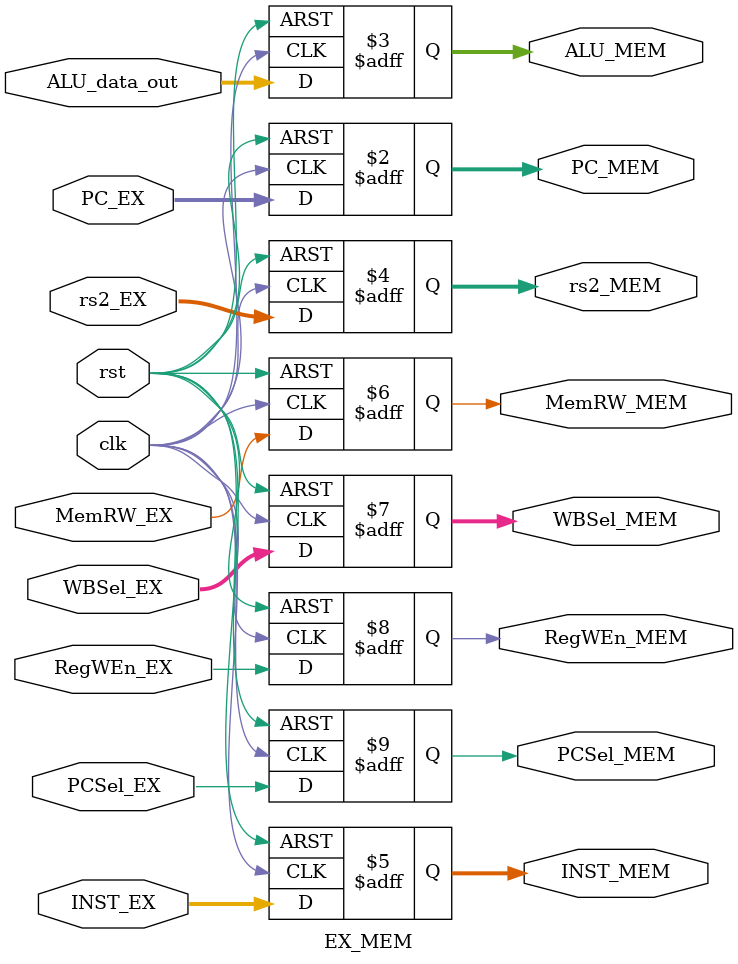
<source format=sv>
`timescale 1ns / 1ps


module EX_MEM(
    input  logic        clk,
    input  logic        rst,
    input  logic [31:0] PC_EX,
    input  logic [31:0] ALU_data_out,
    input  logic [31:0] rs2_EX,
    input  logic [31:0] INST_EX,
    input  logic        MemRW_EX,
    input  logic [1:0]  WBSel_EX,
    input logic        PCSel_EX,
    input logic        RegWEn_EX,
    
    output logic [31:0] PC_MEM,
    output logic [31:0] ALU_MEM,
    output logic [31:0] rs2_MEM,
    output logic [31:0] INST_MEM,
    output logic       MemRW_MEM,
    output logic [1:0]  WBSel_MEM,
    output logic  RegWEn_MEM,
    output logic PCSel_MEM
);


always_ff @(posedge clk or posedge rst) begin
    if (rst) begin
        PC_MEM   <= 32'b0;
        ALU_MEM  <= 32'b0;
        rs2_MEM  <= 32'b0;
        INST_MEM <= 32'b0;
        MemRW_MEM<=0;
        WBSel_MEM<=0;
        RegWEn_MEM  <=0;
        PCSel_MEM  <=0;
    end else begin
        PC_MEM   <= PC_EX;
        ALU_MEM  <= ALU_data_out;
        rs2_MEM  <= rs2_EX;
        INST_MEM <= INST_EX;
        MemRW_MEM<= MemRW_EX;
        WBSel_MEM<= WBSel_EX;
        RegWEn_MEM  <=RegWEn_EX;
        PCSel_MEM  <=PCSel_EX;
    end
end

endmodule

</source>
